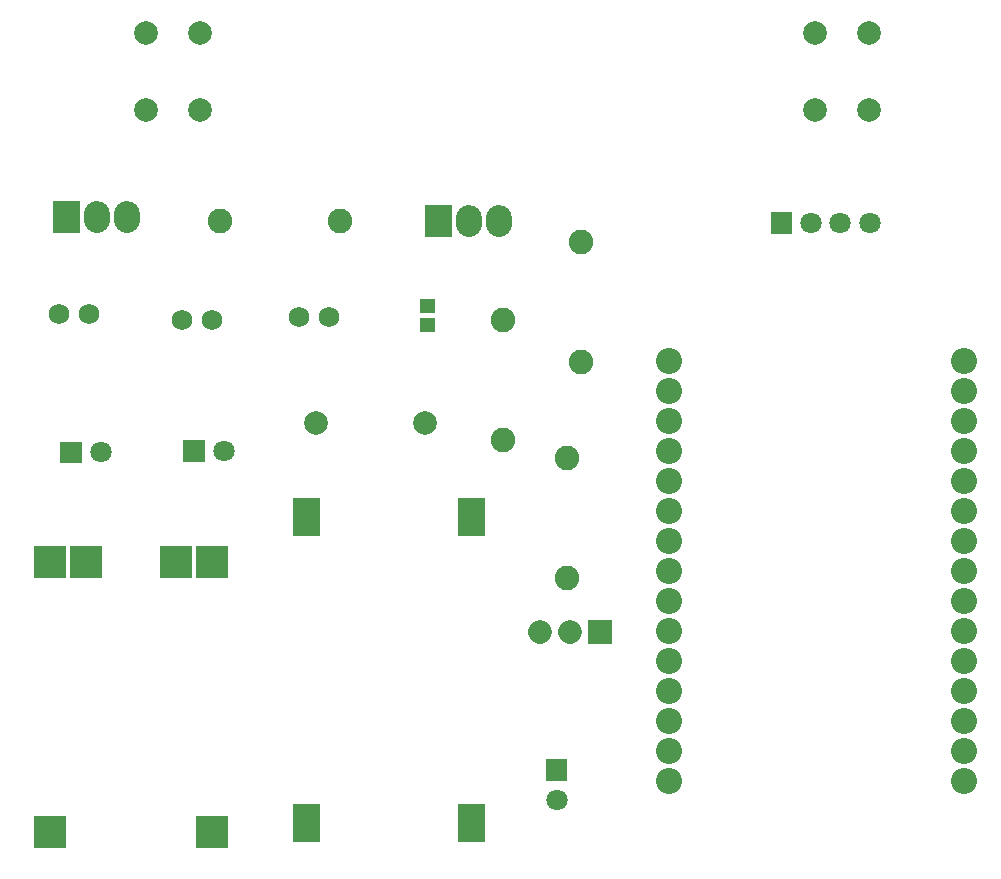
<source format=gts>
G04 Layer: TopSolderMaskLayer*
G04 EasyEDA v6.4.7, 2021-02-21T20:01:47+05:30*
G04 e3d0b1098bfb4b77ab9dba27c3ae41cd,c102caab13844b3dbbbf78dac792161f,10*
G04 Gerber Generator version 0.2*
G04 Scale: 100 percent, Rotated: No, Reflected: No *
G04 Dimensions in inches *
G04 leading zeros omitted , absolute positions ,2 integer and 4 decimal *
%FSLAX24Y24*%
%MOIN*%
G90*
D02*

%ADD26C,0.078866*%
%ADD27C,0.086740*%
%ADD30C,0.070992*%
%ADD34C,0.082000*%
%ADD35C,0.068000*%

%LPD*%
G54D26*
G01X18489Y8564D02*
G01X18489Y8564D01*
G01X19489Y8564D02*
G01X19489Y8564D01*
G54D27*
G01X16100Y22348D02*
G01X16100Y22151D01*
G01X17100Y22348D02*
G01X17100Y22151D01*
G01X3700Y22498D02*
G01X3700Y22301D01*
G01X4700Y22498D02*
G01X4700Y22301D01*
G36*
G01X10265Y1568D02*
G01X10265Y2831D01*
G01X11134Y2831D01*
G01X11134Y1568D01*
G01X10265Y1568D01*
G37*
G36*
G01X15765Y1568D02*
G01X15765Y2831D01*
G01X16634Y2831D01*
G01X16634Y1568D01*
G01X15765Y1568D01*
G37*
G36*
G01X10265Y11768D02*
G01X10265Y13030D01*
G01X11134Y13030D01*
G01X11134Y11768D01*
G01X10265Y11768D01*
G37*
G36*
G01X15765Y11768D02*
G01X15765Y13030D01*
G01X16634Y13030D01*
G01X16634Y11768D01*
G01X15765Y11768D01*
G37*
G36*
G01X26168Y21844D02*
G01X26168Y22555D01*
G01X26878Y22555D01*
G01X26878Y21844D01*
G01X26168Y21844D01*
G37*
G54D30*
G01X27507Y22200D03*
G01X28492Y22200D03*
G01X29476Y22200D03*
G36*
G01X20094Y8169D02*
G01X20094Y8959D01*
G01X20882Y8959D01*
G01X20882Y8169D01*
G01X20094Y8169D01*
G37*
G36*
G01X6594Y14244D02*
G01X6594Y14955D01*
G01X7305Y14955D01*
G01X7305Y14244D01*
G01X6594Y14244D01*
G37*
G01X7950Y14600D03*
G36*
G01X2494Y14194D02*
G01X2494Y14905D01*
G01X3205Y14905D01*
G01X3205Y14194D01*
G01X2494Y14194D01*
G37*
G01X3850Y14550D03*
G36*
G01X18684Y3610D02*
G01X18684Y4319D01*
G01X19393Y4319D01*
G01X19393Y3610D01*
G01X18684Y3610D01*
G37*
G01X19039Y2964D03*
G54D26*
G01X5364Y25969D03*
G01X7135Y25969D03*
G01X5364Y28530D03*
G01X7135Y28530D03*
G01X29435Y28530D03*
G01X27664Y28530D03*
G01X29435Y25969D03*
G01X27664Y25969D03*
G54D27*
G01X22778Y3600D03*
G01X22778Y4600D03*
G01X22778Y5600D03*
G01X22778Y6600D03*
G01X22778Y7600D03*
G01X22778Y8600D03*
G01X22778Y9600D03*
G01X22778Y10600D03*
G01X22778Y11600D03*
G01X22778Y12600D03*
G01X22778Y13600D03*
G01X22778Y14600D03*
G01X22778Y15600D03*
G01X22778Y16600D03*
G01X22778Y17600D03*
G01X32621Y3600D03*
G01X32621Y4600D03*
G01X32621Y5600D03*
G01X32621Y6600D03*
G01X32621Y7600D03*
G01X32621Y8600D03*
G01X32621Y9600D03*
G01X32621Y10600D03*
G01X32621Y11600D03*
G01X32621Y12600D03*
G01X32621Y13600D03*
G01X32621Y14600D03*
G01X32621Y15600D03*
G01X32621Y16600D03*
G01X32621Y17600D03*
G36*
G01X14665Y21717D02*
G01X14665Y22782D01*
G01X15534Y22782D01*
G01X15534Y21717D01*
G01X14665Y21717D01*
G37*
G36*
G01X14482Y19192D02*
G01X14482Y19667D01*
G01X14996Y19667D01*
G01X14996Y19192D01*
G01X14482Y19192D01*
G37*
G36*
G01X14482Y18563D02*
G01X14482Y19036D01*
G01X14996Y19036D01*
G01X14996Y18563D01*
G01X14482Y18563D01*
G37*
G36*
G01X2265Y21867D02*
G01X2265Y22932D01*
G01X3134Y22932D01*
G01X3134Y21867D01*
G01X2265Y21867D01*
G37*
G54D34*
G01X7800Y22250D03*
G01X11800Y22250D03*
G01X19389Y14364D03*
G01X19389Y10364D03*
G01X17239Y14964D03*
G01X17239Y18964D03*
G01X19850Y17550D03*
G01X19850Y21550D03*
G54D26*
G01X11028Y15514D03*
G01X14650Y15514D03*
G54D35*
G01X3450Y19150D03*
G01X2450Y19150D03*
G01X7550Y18950D03*
G01X6550Y18950D03*
G01X11439Y19064D03*
G01X10439Y19064D03*
G36*
G01X1618Y1368D02*
G01X1618Y2431D01*
G01X2681Y2431D01*
G01X2681Y1368D01*
G01X1618Y1368D01*
G37*
G36*
G01X7018Y1368D02*
G01X7018Y2431D01*
G01X8081Y2431D01*
G01X8081Y1368D01*
G01X7018Y1368D01*
G37*
G36*
G01X7018Y10368D02*
G01X7018Y11431D01*
G01X8081Y11431D01*
G01X8081Y10368D01*
G01X7018Y10368D01*
G37*
G36*
G01X1618Y10368D02*
G01X1618Y11431D01*
G01X2681Y11431D01*
G01X2681Y10368D01*
G01X1618Y10368D01*
G37*
G36*
G01X2818Y10368D02*
G01X2818Y11431D01*
G01X3881Y11431D01*
G01X3881Y10368D01*
G01X2818Y10368D01*
G37*
G36*
G01X5818Y10368D02*
G01X5818Y11431D01*
G01X6881Y11431D01*
G01X6881Y10368D01*
G01X5818Y10368D01*
G37*
M00*
M02*

</source>
